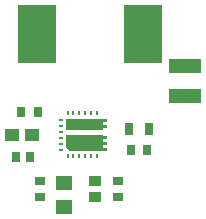
<source format=gbr>
%TF.GenerationSoftware,Altium Limited,Altium Designer,23.11.1 (41)*%
G04 Layer_Color=8421504*
%FSLAX45Y45*%
%MOMM*%
%TF.SameCoordinates,5032265D-FFA5-48D7-84AC-9FA15ADA4C2D*%
%TF.FilePolarity,Positive*%
%TF.FileFunction,Paste,Top*%
%TF.Part,Single*%
G01*
G75*
%TA.AperFunction,SMDPad,CuDef*%
%ADD10R,0.75000X0.90000*%
%ADD11R,0.96520X0.66040*%
%ADD12R,1.45000X1.20000*%
%ADD13R,0.45000X0.25000*%
%ADD14C,0.84115*%
%ADD15C,1.19629*%
%ADD16R,0.25000X0.45000*%
%ADD17R,0.66040X0.96520*%
%ADD18R,1.20651X1.06822*%
%ADD19R,1.05000X0.90000*%
%ADD20R,0.95000X0.80000*%
%ADD21R,0.65000X1.05000*%
%ADD22R,2.70000X1.20000*%
%ADD23R,3.17500X4.95300*%
G36*
X-140800Y-343300D02*
X-107800D01*
Y-368300D01*
X-140800D01*
Y-393300D01*
X-107800D01*
Y-418300D01*
X-140800D01*
Y-443300D01*
X-107800D01*
Y-468300D01*
X-140800D01*
Y-462800D01*
X-420800D01*
X-450800Y-437800D01*
Y-329800D01*
X-140800D01*
Y-343300D01*
D02*
G37*
G36*
X-107800Y-218300D02*
X-140800D01*
Y-243300D01*
X-107800D01*
Y-268300D01*
X-140800D01*
Y-292800D01*
X-450800D01*
Y-197800D01*
X-140800D01*
Y-193300D01*
X-107800D01*
Y-218300D01*
D02*
G37*
D10*
X-752800Y-520700D02*
D03*
X-872800D02*
D03*
D11*
X-673100Y-857250D02*
D03*
Y-717550D02*
D03*
D12*
X-469900Y-938200D02*
D03*
Y-738200D02*
D03*
D13*
X-495300Y-354800D02*
D03*
Y-454800D02*
D03*
Y-404800D02*
D03*
Y-304800D02*
D03*
Y-254800D02*
D03*
Y-204800D02*
D03*
D14*
X-286701Y-244531D02*
D03*
D15*
X-284749Y-396339D02*
D03*
D16*
X-437800Y-147300D02*
D03*
X-387800D02*
D03*
X-337800D02*
D03*
X-287800D02*
D03*
X-237800D02*
D03*
X-187800D02*
D03*
Y-512300D02*
D03*
X-237800D02*
D03*
X-287800D02*
D03*
X-337800D02*
D03*
X-387800D02*
D03*
X-437800D02*
D03*
D17*
X-691199Y-133639D02*
D03*
X-830899D02*
D03*
X234950Y-457200D02*
D03*
X95250D02*
D03*
D18*
X-908086Y-330200D02*
D03*
X-742914D02*
D03*
D19*
X-203200Y-854900D02*
D03*
Y-719900D02*
D03*
D20*
X-12700D02*
D03*
Y-854900D02*
D03*
D21*
X250100Y-279400D02*
D03*
X80100D02*
D03*
D22*
X558800Y-3000D02*
D03*
Y257000D02*
D03*
D23*
X203200Y520700D02*
D03*
X-698500D02*
D03*
%TF.MD5,df107eac6a45aad79bee07e16d808e72*%
M02*

</source>
